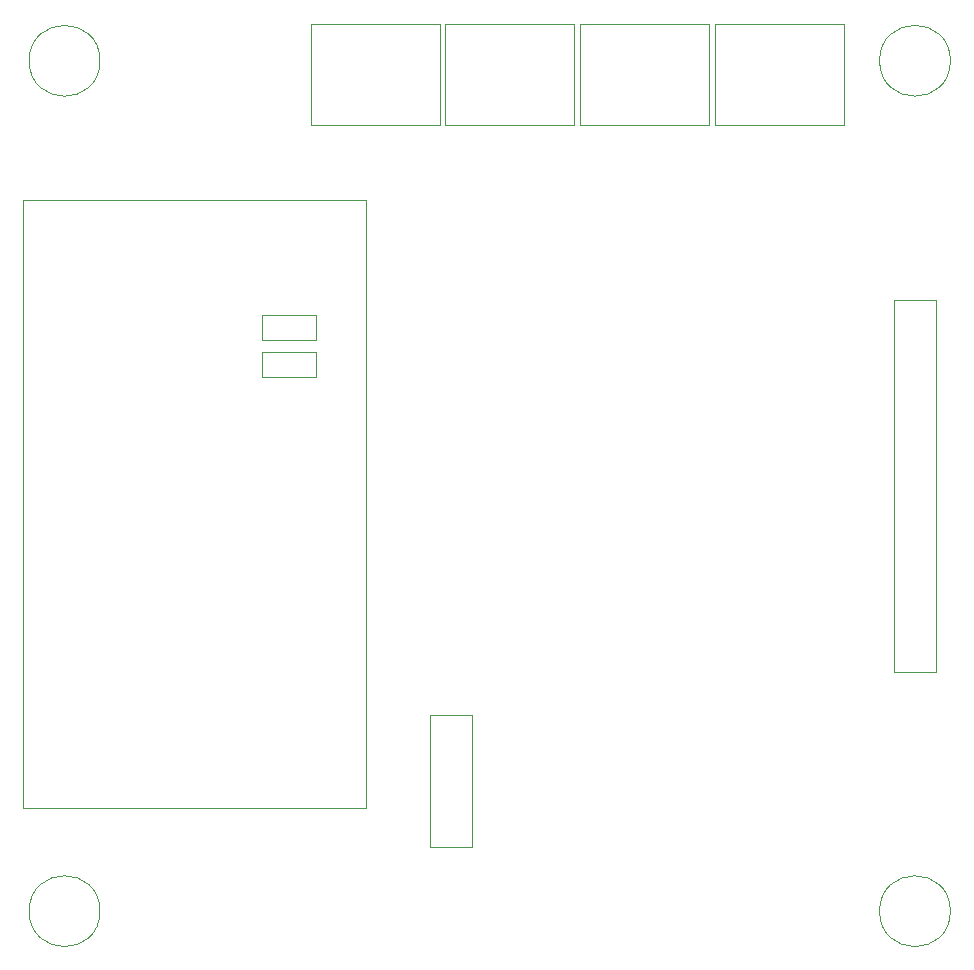
<source format=gbr>
G04 #@! TF.GenerationSoftware,KiCad,Pcbnew,8.0.4*
G04 #@! TF.CreationDate,2025-01-30T11:26:39-05:00*
G04 #@! TF.ProjectId,Cubesat_pcb,43756265-7361-4745-9f70-63622e6b6963,rev?*
G04 #@! TF.SameCoordinates,Original*
G04 #@! TF.FileFunction,Other,User*
%FSLAX46Y46*%
G04 Gerber Fmt 4.6, Leading zero omitted, Abs format (unit mm)*
G04 Created by KiCad (PCBNEW 8.0.4) date 2025-01-30 11:26:39*
%MOMM*%
%LPD*%
G01*
G04 APERTURE LIST*
%ADD10C,0.050000*%
G04 APERTURE END LIST*
D10*
G04 #@! TO.C,J7*
X35424132Y21111654D02*
X38974132Y21111654D01*
X35424132Y9911654D02*
X35424132Y21111654D01*
X38974132Y21111654D02*
X38974132Y9911654D01*
X38974132Y9911654D02*
X35424132Y9911654D01*
G04 #@! TO.C,H3*
X79499132Y4511654D02*
G75*
G02*
X73499132Y4511654I-3000000J0D01*
G01*
X73499132Y4511654D02*
G75*
G02*
X79499132Y4511654I3000000J0D01*
G01*
G04 #@! TO.C,R1*
X21209132Y54961654D02*
X21209132Y52861654D01*
X21209132Y52861654D02*
X25749132Y52861654D01*
X25749132Y54961654D02*
X21209132Y54961654D01*
X25749132Y52861654D02*
X25749132Y54961654D01*
G04 #@! TO.C,H1*
X7499132Y76511654D02*
G75*
G02*
X1499132Y76511654I-3000000J0D01*
G01*
X1499132Y76511654D02*
G75*
G02*
X7499132Y76511654I3000000J0D01*
G01*
G04 #@! TO.C,J8*
X48149132Y79661654D02*
X48149132Y71061654D01*
X48149132Y71061654D02*
X59049132Y71061654D01*
X59049132Y79661654D02*
X48149132Y79661654D01*
X59049132Y71061654D02*
X59049132Y79661654D01*
G04 #@! TO.C,J1*
X74699132Y56286654D02*
X74699132Y24736654D01*
X74699132Y24736654D02*
X78299132Y24736654D01*
X78299132Y56286654D02*
X74699132Y56286654D01*
X78299132Y24736654D02*
X78299132Y56286654D01*
G04 #@! TO.C,J6*
X59549132Y79661654D02*
X59549132Y71061654D01*
X59549132Y71061654D02*
X70449132Y71061654D01*
X70449132Y79661654D02*
X59549132Y79661654D01*
X70449132Y71061654D02*
X70449132Y79661654D01*
G04 #@! TO.C,J4*
X25349132Y79661654D02*
X25349132Y71061654D01*
X25349132Y71061654D02*
X36249132Y71061654D01*
X36249132Y79661654D02*
X25349132Y79661654D01*
X36249132Y71061654D02*
X36249132Y79661654D01*
G04 #@! TO.C,R2*
X21209132Y51861654D02*
X21209132Y49761654D01*
X21209132Y49761654D02*
X25749132Y49761654D01*
X25749132Y51861654D02*
X21209132Y51861654D01*
X25749132Y49761654D02*
X25749132Y51861654D01*
G04 #@! TO.C,H4*
X7499132Y4511654D02*
G75*
G02*
X1499132Y4511654I-3000000J0D01*
G01*
X1499132Y4511654D02*
G75*
G02*
X7499132Y4511654I3000000J0D01*
G01*
G04 #@! TO.C,H2*
X79499132Y76511654D02*
G75*
G02*
X73499132Y76511654I-3000000J0D01*
G01*
X73499132Y76511654D02*
G75*
G02*
X79499132Y76511654I3000000J0D01*
G01*
G04 #@! TO.C,J5*
X36749132Y79661654D02*
X36749132Y71061654D01*
X36749132Y71061654D02*
X47649132Y71061654D01*
X47649132Y79661654D02*
X36749132Y79661654D01*
X47649132Y71061654D02*
X47649132Y79661654D01*
G04 #@! TO.C,U2*
X1019132Y64731654D02*
X1019132Y13281654D01*
X1019132Y13281654D02*
X30029132Y13281654D01*
X30029132Y64731654D02*
X1019132Y64731654D01*
X30029132Y13281654D02*
X30029132Y64731654D01*
G04 #@! TD*
M02*

</source>
